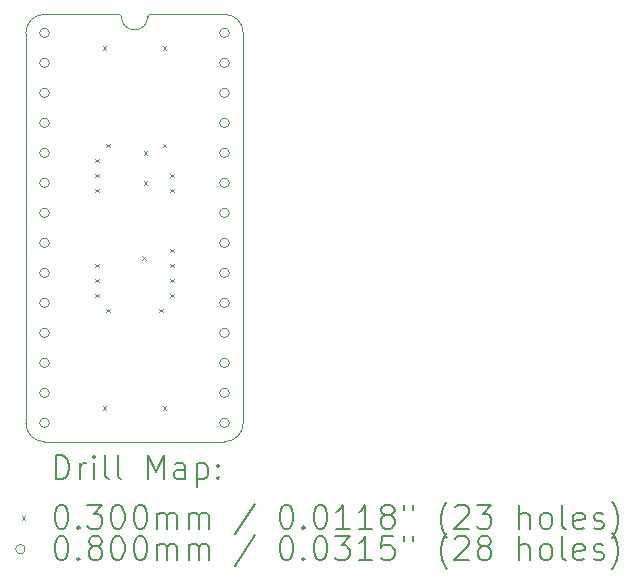
<source format=gbr>
%TF.GenerationSoftware,KiCad,Pcbnew,8.0.8*%
%TF.CreationDate,2025-02-02T11:15:25+01:00*%
%TF.ProjectId,NoTimekeeper,4e6f5469-6d65-46b6-9565-7065722e6b69,rev?*%
%TF.SameCoordinates,Original*%
%TF.FileFunction,Drillmap*%
%TF.FilePolarity,Positive*%
%FSLAX45Y45*%
G04 Gerber Fmt 4.5, Leading zero omitted, Abs format (unit mm)*
G04 Created by KiCad (PCBNEW 8.0.8) date 2025-02-02 11:15:25*
%MOMM*%
%LPD*%
G01*
G04 APERTURE LIST*
%ADD10C,0.100000*%
%ADD11C,0.200000*%
G04 APERTURE END LIST*
D10*
X10859750Y-8652500D02*
X10859750Y-5350500D01*
X11653500Y-5191750D02*
X11018500Y-5191750D01*
X11668875Y-5207620D02*
X11668875Y-5211500D01*
X11891125Y-5211500D02*
X11891125Y-5207620D01*
X11907500Y-5191750D02*
X12542500Y-5191750D01*
X12542500Y-8811250D02*
X11018500Y-8811250D01*
X12701250Y-5350500D02*
X12701250Y-8652500D01*
X10859750Y-5350500D02*
G75*
G02*
X11018500Y-5191750I158750J0D01*
G01*
X11018500Y-8811250D02*
G75*
G02*
X10859750Y-8652500I0J158750D01*
G01*
X11653000Y-5191745D02*
G75*
G02*
X11668875Y-5207620I0J-15875D01*
G01*
X11891125Y-5207620D02*
G75*
G02*
X11907402Y-5191750I15875J0D01*
G01*
X11891625Y-5211500D02*
G75*
G02*
X11669375Y-5211500I-111125J0D01*
G01*
X12542500Y-5191750D02*
G75*
G02*
X12701250Y-5350500I0J-158750D01*
G01*
X12701250Y-8652500D02*
G75*
G02*
X12542500Y-8811250I-158750J0D01*
G01*
D11*
D10*
X11448000Y-6415872D02*
X11478000Y-6445872D01*
X11478000Y-6415872D02*
X11448000Y-6445872D01*
X11448000Y-6542872D02*
X11478000Y-6572872D01*
X11478000Y-6542872D02*
X11448000Y-6572872D01*
X11448000Y-6669872D02*
X11478000Y-6699872D01*
X11478000Y-6669872D02*
X11448000Y-6699872D01*
X11448000Y-7304872D02*
X11478000Y-7334872D01*
X11478000Y-7304872D02*
X11448000Y-7334872D01*
X11448000Y-7431872D02*
X11478000Y-7461872D01*
X11478000Y-7431872D02*
X11448000Y-7461872D01*
X11448000Y-7558872D02*
X11478000Y-7588872D01*
X11478000Y-7558872D02*
X11448000Y-7588872D01*
X11511500Y-5462500D02*
X11541500Y-5492500D01*
X11541500Y-5462500D02*
X11511500Y-5492500D01*
X11511500Y-8510500D02*
X11541500Y-8540500D01*
X11541500Y-8510500D02*
X11511500Y-8540500D01*
X11543250Y-6288872D02*
X11573250Y-6318872D01*
X11573250Y-6288872D02*
X11543250Y-6318872D01*
X11543250Y-7685872D02*
X11573250Y-7715872D01*
X11573250Y-7685872D02*
X11543250Y-7715872D01*
X11844875Y-7242872D02*
X11874875Y-7272872D01*
X11874875Y-7242872D02*
X11844875Y-7272872D01*
X11859250Y-6352372D02*
X11889250Y-6382372D01*
X11889250Y-6352372D02*
X11859250Y-6382372D01*
X11859250Y-6606372D02*
X11889250Y-6636372D01*
X11889250Y-6606372D02*
X11859250Y-6636372D01*
X11987750Y-7685872D02*
X12017750Y-7715872D01*
X12017750Y-7685872D02*
X11987750Y-7715872D01*
X12019500Y-5462500D02*
X12049500Y-5492500D01*
X12049500Y-5462500D02*
X12019500Y-5492500D01*
X12019500Y-6288872D02*
X12049500Y-6318872D01*
X12049500Y-6288872D02*
X12019500Y-6318872D01*
X12019500Y-8510500D02*
X12049500Y-8540500D01*
X12049500Y-8510500D02*
X12019500Y-8540500D01*
X12083000Y-6542872D02*
X12113000Y-6572872D01*
X12113000Y-6542872D02*
X12083000Y-6572872D01*
X12083000Y-6669872D02*
X12113000Y-6699872D01*
X12113000Y-6669872D02*
X12083000Y-6699872D01*
X12083000Y-7177872D02*
X12113000Y-7207872D01*
X12113000Y-7177872D02*
X12083000Y-7207872D01*
X12083000Y-7304872D02*
X12113000Y-7334872D01*
X12113000Y-7304872D02*
X12083000Y-7334872D01*
X12083000Y-7431872D02*
X12113000Y-7461872D01*
X12113000Y-7431872D02*
X12083000Y-7461872D01*
X12083000Y-7558872D02*
X12113000Y-7588872D01*
X12113000Y-7558872D02*
X12083000Y-7588872D01*
X11058500Y-5350500D02*
G75*
G02*
X10978500Y-5350500I-40000J0D01*
G01*
X10978500Y-5350500D02*
G75*
G02*
X11058500Y-5350500I40000J0D01*
G01*
X11058500Y-5604500D02*
G75*
G02*
X10978500Y-5604500I-40000J0D01*
G01*
X10978500Y-5604500D02*
G75*
G02*
X11058500Y-5604500I40000J0D01*
G01*
X11058500Y-5858500D02*
G75*
G02*
X10978500Y-5858500I-40000J0D01*
G01*
X10978500Y-5858500D02*
G75*
G02*
X11058500Y-5858500I40000J0D01*
G01*
X11058500Y-6112500D02*
G75*
G02*
X10978500Y-6112500I-40000J0D01*
G01*
X10978500Y-6112500D02*
G75*
G02*
X11058500Y-6112500I40000J0D01*
G01*
X11058500Y-6366500D02*
G75*
G02*
X10978500Y-6366500I-40000J0D01*
G01*
X10978500Y-6366500D02*
G75*
G02*
X11058500Y-6366500I40000J0D01*
G01*
X11058500Y-6620500D02*
G75*
G02*
X10978500Y-6620500I-40000J0D01*
G01*
X10978500Y-6620500D02*
G75*
G02*
X11058500Y-6620500I40000J0D01*
G01*
X11058500Y-6874500D02*
G75*
G02*
X10978500Y-6874500I-40000J0D01*
G01*
X10978500Y-6874500D02*
G75*
G02*
X11058500Y-6874500I40000J0D01*
G01*
X11058500Y-7128500D02*
G75*
G02*
X10978500Y-7128500I-40000J0D01*
G01*
X10978500Y-7128500D02*
G75*
G02*
X11058500Y-7128500I40000J0D01*
G01*
X11058500Y-7382500D02*
G75*
G02*
X10978500Y-7382500I-40000J0D01*
G01*
X10978500Y-7382500D02*
G75*
G02*
X11058500Y-7382500I40000J0D01*
G01*
X11058500Y-7636500D02*
G75*
G02*
X10978500Y-7636500I-40000J0D01*
G01*
X10978500Y-7636500D02*
G75*
G02*
X11058500Y-7636500I40000J0D01*
G01*
X11058500Y-7890500D02*
G75*
G02*
X10978500Y-7890500I-40000J0D01*
G01*
X10978500Y-7890500D02*
G75*
G02*
X11058500Y-7890500I40000J0D01*
G01*
X11058500Y-8144500D02*
G75*
G02*
X10978500Y-8144500I-40000J0D01*
G01*
X10978500Y-8144500D02*
G75*
G02*
X11058500Y-8144500I40000J0D01*
G01*
X11058500Y-8398500D02*
G75*
G02*
X10978500Y-8398500I-40000J0D01*
G01*
X10978500Y-8398500D02*
G75*
G02*
X11058500Y-8398500I40000J0D01*
G01*
X11058500Y-8652500D02*
G75*
G02*
X10978500Y-8652500I-40000J0D01*
G01*
X10978500Y-8652500D02*
G75*
G02*
X11058500Y-8652500I40000J0D01*
G01*
X12582500Y-5350500D02*
G75*
G02*
X12502500Y-5350500I-40000J0D01*
G01*
X12502500Y-5350500D02*
G75*
G02*
X12582500Y-5350500I40000J0D01*
G01*
X12582500Y-5604500D02*
G75*
G02*
X12502500Y-5604500I-40000J0D01*
G01*
X12502500Y-5604500D02*
G75*
G02*
X12582500Y-5604500I40000J0D01*
G01*
X12582500Y-5858500D02*
G75*
G02*
X12502500Y-5858500I-40000J0D01*
G01*
X12502500Y-5858500D02*
G75*
G02*
X12582500Y-5858500I40000J0D01*
G01*
X12582500Y-6112500D02*
G75*
G02*
X12502500Y-6112500I-40000J0D01*
G01*
X12502500Y-6112500D02*
G75*
G02*
X12582500Y-6112500I40000J0D01*
G01*
X12582500Y-6366500D02*
G75*
G02*
X12502500Y-6366500I-40000J0D01*
G01*
X12502500Y-6366500D02*
G75*
G02*
X12582500Y-6366500I40000J0D01*
G01*
X12582500Y-6620500D02*
G75*
G02*
X12502500Y-6620500I-40000J0D01*
G01*
X12502500Y-6620500D02*
G75*
G02*
X12582500Y-6620500I40000J0D01*
G01*
X12582500Y-6874500D02*
G75*
G02*
X12502500Y-6874500I-40000J0D01*
G01*
X12502500Y-6874500D02*
G75*
G02*
X12582500Y-6874500I40000J0D01*
G01*
X12582500Y-7128500D02*
G75*
G02*
X12502500Y-7128500I-40000J0D01*
G01*
X12502500Y-7128500D02*
G75*
G02*
X12582500Y-7128500I40000J0D01*
G01*
X12582500Y-7382500D02*
G75*
G02*
X12502500Y-7382500I-40000J0D01*
G01*
X12502500Y-7382500D02*
G75*
G02*
X12582500Y-7382500I40000J0D01*
G01*
X12582500Y-7636500D02*
G75*
G02*
X12502500Y-7636500I-40000J0D01*
G01*
X12502500Y-7636500D02*
G75*
G02*
X12582500Y-7636500I40000J0D01*
G01*
X12582500Y-7890500D02*
G75*
G02*
X12502500Y-7890500I-40000J0D01*
G01*
X12502500Y-7890500D02*
G75*
G02*
X12582500Y-7890500I40000J0D01*
G01*
X12582500Y-8144500D02*
G75*
G02*
X12502500Y-8144500I-40000J0D01*
G01*
X12502500Y-8144500D02*
G75*
G02*
X12582500Y-8144500I40000J0D01*
G01*
X12582500Y-8398500D02*
G75*
G02*
X12502500Y-8398500I-40000J0D01*
G01*
X12502500Y-8398500D02*
G75*
G02*
X12582500Y-8398500I40000J0D01*
G01*
X12582500Y-8652500D02*
G75*
G02*
X12502500Y-8652500I-40000J0D01*
G01*
X12502500Y-8652500D02*
G75*
G02*
X12582500Y-8652500I40000J0D01*
G01*
D11*
X11115527Y-9127734D02*
X11115527Y-8927734D01*
X11115527Y-8927734D02*
X11163146Y-8927734D01*
X11163146Y-8927734D02*
X11191717Y-8937258D01*
X11191717Y-8937258D02*
X11210765Y-8956305D01*
X11210765Y-8956305D02*
X11220289Y-8975353D01*
X11220289Y-8975353D02*
X11229812Y-9013448D01*
X11229812Y-9013448D02*
X11229812Y-9042020D01*
X11229812Y-9042020D02*
X11220289Y-9080115D01*
X11220289Y-9080115D02*
X11210765Y-9099162D01*
X11210765Y-9099162D02*
X11191717Y-9118210D01*
X11191717Y-9118210D02*
X11163146Y-9127734D01*
X11163146Y-9127734D02*
X11115527Y-9127734D01*
X11315527Y-9127734D02*
X11315527Y-8994400D01*
X11315527Y-9032496D02*
X11325051Y-9013448D01*
X11325051Y-9013448D02*
X11334574Y-9003924D01*
X11334574Y-9003924D02*
X11353622Y-8994400D01*
X11353622Y-8994400D02*
X11372670Y-8994400D01*
X11439336Y-9127734D02*
X11439336Y-8994400D01*
X11439336Y-8927734D02*
X11429812Y-8937258D01*
X11429812Y-8937258D02*
X11439336Y-8946781D01*
X11439336Y-8946781D02*
X11448860Y-8937258D01*
X11448860Y-8937258D02*
X11439336Y-8927734D01*
X11439336Y-8927734D02*
X11439336Y-8946781D01*
X11563146Y-9127734D02*
X11544098Y-9118210D01*
X11544098Y-9118210D02*
X11534574Y-9099162D01*
X11534574Y-9099162D02*
X11534574Y-8927734D01*
X11667908Y-9127734D02*
X11648860Y-9118210D01*
X11648860Y-9118210D02*
X11639336Y-9099162D01*
X11639336Y-9099162D02*
X11639336Y-8927734D01*
X11896479Y-9127734D02*
X11896479Y-8927734D01*
X11896479Y-8927734D02*
X11963146Y-9070591D01*
X11963146Y-9070591D02*
X12029812Y-8927734D01*
X12029812Y-8927734D02*
X12029812Y-9127734D01*
X12210765Y-9127734D02*
X12210765Y-9022972D01*
X12210765Y-9022972D02*
X12201241Y-9003924D01*
X12201241Y-9003924D02*
X12182193Y-8994400D01*
X12182193Y-8994400D02*
X12144098Y-8994400D01*
X12144098Y-8994400D02*
X12125051Y-9003924D01*
X12210765Y-9118210D02*
X12191717Y-9127734D01*
X12191717Y-9127734D02*
X12144098Y-9127734D01*
X12144098Y-9127734D02*
X12125051Y-9118210D01*
X12125051Y-9118210D02*
X12115527Y-9099162D01*
X12115527Y-9099162D02*
X12115527Y-9080115D01*
X12115527Y-9080115D02*
X12125051Y-9061067D01*
X12125051Y-9061067D02*
X12144098Y-9051543D01*
X12144098Y-9051543D02*
X12191717Y-9051543D01*
X12191717Y-9051543D02*
X12210765Y-9042020D01*
X12306003Y-8994400D02*
X12306003Y-9194400D01*
X12306003Y-9003924D02*
X12325051Y-8994400D01*
X12325051Y-8994400D02*
X12363146Y-8994400D01*
X12363146Y-8994400D02*
X12382193Y-9003924D01*
X12382193Y-9003924D02*
X12391717Y-9013448D01*
X12391717Y-9013448D02*
X12401241Y-9032496D01*
X12401241Y-9032496D02*
X12401241Y-9089639D01*
X12401241Y-9089639D02*
X12391717Y-9108686D01*
X12391717Y-9108686D02*
X12382193Y-9118210D01*
X12382193Y-9118210D02*
X12363146Y-9127734D01*
X12363146Y-9127734D02*
X12325051Y-9127734D01*
X12325051Y-9127734D02*
X12306003Y-9118210D01*
X12486955Y-9108686D02*
X12496479Y-9118210D01*
X12496479Y-9118210D02*
X12486955Y-9127734D01*
X12486955Y-9127734D02*
X12477432Y-9118210D01*
X12477432Y-9118210D02*
X12486955Y-9108686D01*
X12486955Y-9108686D02*
X12486955Y-9127734D01*
X12486955Y-9003924D02*
X12496479Y-9013448D01*
X12496479Y-9013448D02*
X12486955Y-9022972D01*
X12486955Y-9022972D02*
X12477432Y-9013448D01*
X12477432Y-9013448D02*
X12486955Y-9003924D01*
X12486955Y-9003924D02*
X12486955Y-9022972D01*
D10*
X10824750Y-9441250D02*
X10854750Y-9471250D01*
X10854750Y-9441250D02*
X10824750Y-9471250D01*
D11*
X11153622Y-9347734D02*
X11172670Y-9347734D01*
X11172670Y-9347734D02*
X11191717Y-9357258D01*
X11191717Y-9357258D02*
X11201241Y-9366781D01*
X11201241Y-9366781D02*
X11210765Y-9385829D01*
X11210765Y-9385829D02*
X11220289Y-9423924D01*
X11220289Y-9423924D02*
X11220289Y-9471543D01*
X11220289Y-9471543D02*
X11210765Y-9509639D01*
X11210765Y-9509639D02*
X11201241Y-9528686D01*
X11201241Y-9528686D02*
X11191717Y-9538210D01*
X11191717Y-9538210D02*
X11172670Y-9547734D01*
X11172670Y-9547734D02*
X11153622Y-9547734D01*
X11153622Y-9547734D02*
X11134574Y-9538210D01*
X11134574Y-9538210D02*
X11125051Y-9528686D01*
X11125051Y-9528686D02*
X11115527Y-9509639D01*
X11115527Y-9509639D02*
X11106003Y-9471543D01*
X11106003Y-9471543D02*
X11106003Y-9423924D01*
X11106003Y-9423924D02*
X11115527Y-9385829D01*
X11115527Y-9385829D02*
X11125051Y-9366781D01*
X11125051Y-9366781D02*
X11134574Y-9357258D01*
X11134574Y-9357258D02*
X11153622Y-9347734D01*
X11306003Y-9528686D02*
X11315527Y-9538210D01*
X11315527Y-9538210D02*
X11306003Y-9547734D01*
X11306003Y-9547734D02*
X11296479Y-9538210D01*
X11296479Y-9538210D02*
X11306003Y-9528686D01*
X11306003Y-9528686D02*
X11306003Y-9547734D01*
X11382193Y-9347734D02*
X11506003Y-9347734D01*
X11506003Y-9347734D02*
X11439336Y-9423924D01*
X11439336Y-9423924D02*
X11467908Y-9423924D01*
X11467908Y-9423924D02*
X11486955Y-9433448D01*
X11486955Y-9433448D02*
X11496479Y-9442972D01*
X11496479Y-9442972D02*
X11506003Y-9462020D01*
X11506003Y-9462020D02*
X11506003Y-9509639D01*
X11506003Y-9509639D02*
X11496479Y-9528686D01*
X11496479Y-9528686D02*
X11486955Y-9538210D01*
X11486955Y-9538210D02*
X11467908Y-9547734D01*
X11467908Y-9547734D02*
X11410765Y-9547734D01*
X11410765Y-9547734D02*
X11391717Y-9538210D01*
X11391717Y-9538210D02*
X11382193Y-9528686D01*
X11629812Y-9347734D02*
X11648860Y-9347734D01*
X11648860Y-9347734D02*
X11667908Y-9357258D01*
X11667908Y-9357258D02*
X11677432Y-9366781D01*
X11677432Y-9366781D02*
X11686955Y-9385829D01*
X11686955Y-9385829D02*
X11696479Y-9423924D01*
X11696479Y-9423924D02*
X11696479Y-9471543D01*
X11696479Y-9471543D02*
X11686955Y-9509639D01*
X11686955Y-9509639D02*
X11677432Y-9528686D01*
X11677432Y-9528686D02*
X11667908Y-9538210D01*
X11667908Y-9538210D02*
X11648860Y-9547734D01*
X11648860Y-9547734D02*
X11629812Y-9547734D01*
X11629812Y-9547734D02*
X11610765Y-9538210D01*
X11610765Y-9538210D02*
X11601241Y-9528686D01*
X11601241Y-9528686D02*
X11591717Y-9509639D01*
X11591717Y-9509639D02*
X11582193Y-9471543D01*
X11582193Y-9471543D02*
X11582193Y-9423924D01*
X11582193Y-9423924D02*
X11591717Y-9385829D01*
X11591717Y-9385829D02*
X11601241Y-9366781D01*
X11601241Y-9366781D02*
X11610765Y-9357258D01*
X11610765Y-9357258D02*
X11629812Y-9347734D01*
X11820289Y-9347734D02*
X11839336Y-9347734D01*
X11839336Y-9347734D02*
X11858384Y-9357258D01*
X11858384Y-9357258D02*
X11867908Y-9366781D01*
X11867908Y-9366781D02*
X11877432Y-9385829D01*
X11877432Y-9385829D02*
X11886955Y-9423924D01*
X11886955Y-9423924D02*
X11886955Y-9471543D01*
X11886955Y-9471543D02*
X11877432Y-9509639D01*
X11877432Y-9509639D02*
X11867908Y-9528686D01*
X11867908Y-9528686D02*
X11858384Y-9538210D01*
X11858384Y-9538210D02*
X11839336Y-9547734D01*
X11839336Y-9547734D02*
X11820289Y-9547734D01*
X11820289Y-9547734D02*
X11801241Y-9538210D01*
X11801241Y-9538210D02*
X11791717Y-9528686D01*
X11791717Y-9528686D02*
X11782193Y-9509639D01*
X11782193Y-9509639D02*
X11772670Y-9471543D01*
X11772670Y-9471543D02*
X11772670Y-9423924D01*
X11772670Y-9423924D02*
X11782193Y-9385829D01*
X11782193Y-9385829D02*
X11791717Y-9366781D01*
X11791717Y-9366781D02*
X11801241Y-9357258D01*
X11801241Y-9357258D02*
X11820289Y-9347734D01*
X11972670Y-9547734D02*
X11972670Y-9414400D01*
X11972670Y-9433448D02*
X11982193Y-9423924D01*
X11982193Y-9423924D02*
X12001241Y-9414400D01*
X12001241Y-9414400D02*
X12029813Y-9414400D01*
X12029813Y-9414400D02*
X12048860Y-9423924D01*
X12048860Y-9423924D02*
X12058384Y-9442972D01*
X12058384Y-9442972D02*
X12058384Y-9547734D01*
X12058384Y-9442972D02*
X12067908Y-9423924D01*
X12067908Y-9423924D02*
X12086955Y-9414400D01*
X12086955Y-9414400D02*
X12115527Y-9414400D01*
X12115527Y-9414400D02*
X12134574Y-9423924D01*
X12134574Y-9423924D02*
X12144098Y-9442972D01*
X12144098Y-9442972D02*
X12144098Y-9547734D01*
X12239336Y-9547734D02*
X12239336Y-9414400D01*
X12239336Y-9433448D02*
X12248860Y-9423924D01*
X12248860Y-9423924D02*
X12267908Y-9414400D01*
X12267908Y-9414400D02*
X12296479Y-9414400D01*
X12296479Y-9414400D02*
X12315527Y-9423924D01*
X12315527Y-9423924D02*
X12325051Y-9442972D01*
X12325051Y-9442972D02*
X12325051Y-9547734D01*
X12325051Y-9442972D02*
X12334574Y-9423924D01*
X12334574Y-9423924D02*
X12353622Y-9414400D01*
X12353622Y-9414400D02*
X12382193Y-9414400D01*
X12382193Y-9414400D02*
X12401241Y-9423924D01*
X12401241Y-9423924D02*
X12410765Y-9442972D01*
X12410765Y-9442972D02*
X12410765Y-9547734D01*
X12801241Y-9338210D02*
X12629813Y-9595353D01*
X13058384Y-9347734D02*
X13077432Y-9347734D01*
X13077432Y-9347734D02*
X13096479Y-9357258D01*
X13096479Y-9357258D02*
X13106003Y-9366781D01*
X13106003Y-9366781D02*
X13115527Y-9385829D01*
X13115527Y-9385829D02*
X13125051Y-9423924D01*
X13125051Y-9423924D02*
X13125051Y-9471543D01*
X13125051Y-9471543D02*
X13115527Y-9509639D01*
X13115527Y-9509639D02*
X13106003Y-9528686D01*
X13106003Y-9528686D02*
X13096479Y-9538210D01*
X13096479Y-9538210D02*
X13077432Y-9547734D01*
X13077432Y-9547734D02*
X13058384Y-9547734D01*
X13058384Y-9547734D02*
X13039336Y-9538210D01*
X13039336Y-9538210D02*
X13029813Y-9528686D01*
X13029813Y-9528686D02*
X13020289Y-9509639D01*
X13020289Y-9509639D02*
X13010765Y-9471543D01*
X13010765Y-9471543D02*
X13010765Y-9423924D01*
X13010765Y-9423924D02*
X13020289Y-9385829D01*
X13020289Y-9385829D02*
X13029813Y-9366781D01*
X13029813Y-9366781D02*
X13039336Y-9357258D01*
X13039336Y-9357258D02*
X13058384Y-9347734D01*
X13210765Y-9528686D02*
X13220289Y-9538210D01*
X13220289Y-9538210D02*
X13210765Y-9547734D01*
X13210765Y-9547734D02*
X13201241Y-9538210D01*
X13201241Y-9538210D02*
X13210765Y-9528686D01*
X13210765Y-9528686D02*
X13210765Y-9547734D01*
X13344098Y-9347734D02*
X13363146Y-9347734D01*
X13363146Y-9347734D02*
X13382194Y-9357258D01*
X13382194Y-9357258D02*
X13391717Y-9366781D01*
X13391717Y-9366781D02*
X13401241Y-9385829D01*
X13401241Y-9385829D02*
X13410765Y-9423924D01*
X13410765Y-9423924D02*
X13410765Y-9471543D01*
X13410765Y-9471543D02*
X13401241Y-9509639D01*
X13401241Y-9509639D02*
X13391717Y-9528686D01*
X13391717Y-9528686D02*
X13382194Y-9538210D01*
X13382194Y-9538210D02*
X13363146Y-9547734D01*
X13363146Y-9547734D02*
X13344098Y-9547734D01*
X13344098Y-9547734D02*
X13325051Y-9538210D01*
X13325051Y-9538210D02*
X13315527Y-9528686D01*
X13315527Y-9528686D02*
X13306003Y-9509639D01*
X13306003Y-9509639D02*
X13296479Y-9471543D01*
X13296479Y-9471543D02*
X13296479Y-9423924D01*
X13296479Y-9423924D02*
X13306003Y-9385829D01*
X13306003Y-9385829D02*
X13315527Y-9366781D01*
X13315527Y-9366781D02*
X13325051Y-9357258D01*
X13325051Y-9357258D02*
X13344098Y-9347734D01*
X13601241Y-9547734D02*
X13486956Y-9547734D01*
X13544098Y-9547734D02*
X13544098Y-9347734D01*
X13544098Y-9347734D02*
X13525051Y-9376305D01*
X13525051Y-9376305D02*
X13506003Y-9395353D01*
X13506003Y-9395353D02*
X13486956Y-9404877D01*
X13791717Y-9547734D02*
X13677432Y-9547734D01*
X13734575Y-9547734D02*
X13734575Y-9347734D01*
X13734575Y-9347734D02*
X13715527Y-9376305D01*
X13715527Y-9376305D02*
X13696479Y-9395353D01*
X13696479Y-9395353D02*
X13677432Y-9404877D01*
X13906003Y-9433448D02*
X13886956Y-9423924D01*
X13886956Y-9423924D02*
X13877432Y-9414400D01*
X13877432Y-9414400D02*
X13867908Y-9395353D01*
X13867908Y-9395353D02*
X13867908Y-9385829D01*
X13867908Y-9385829D02*
X13877432Y-9366781D01*
X13877432Y-9366781D02*
X13886956Y-9357258D01*
X13886956Y-9357258D02*
X13906003Y-9347734D01*
X13906003Y-9347734D02*
X13944098Y-9347734D01*
X13944098Y-9347734D02*
X13963146Y-9357258D01*
X13963146Y-9357258D02*
X13972670Y-9366781D01*
X13972670Y-9366781D02*
X13982194Y-9385829D01*
X13982194Y-9385829D02*
X13982194Y-9395353D01*
X13982194Y-9395353D02*
X13972670Y-9414400D01*
X13972670Y-9414400D02*
X13963146Y-9423924D01*
X13963146Y-9423924D02*
X13944098Y-9433448D01*
X13944098Y-9433448D02*
X13906003Y-9433448D01*
X13906003Y-9433448D02*
X13886956Y-9442972D01*
X13886956Y-9442972D02*
X13877432Y-9452496D01*
X13877432Y-9452496D02*
X13867908Y-9471543D01*
X13867908Y-9471543D02*
X13867908Y-9509639D01*
X13867908Y-9509639D02*
X13877432Y-9528686D01*
X13877432Y-9528686D02*
X13886956Y-9538210D01*
X13886956Y-9538210D02*
X13906003Y-9547734D01*
X13906003Y-9547734D02*
X13944098Y-9547734D01*
X13944098Y-9547734D02*
X13963146Y-9538210D01*
X13963146Y-9538210D02*
X13972670Y-9528686D01*
X13972670Y-9528686D02*
X13982194Y-9509639D01*
X13982194Y-9509639D02*
X13982194Y-9471543D01*
X13982194Y-9471543D02*
X13972670Y-9452496D01*
X13972670Y-9452496D02*
X13963146Y-9442972D01*
X13963146Y-9442972D02*
X13944098Y-9433448D01*
X14058384Y-9347734D02*
X14058384Y-9385829D01*
X14134575Y-9347734D02*
X14134575Y-9385829D01*
X14429813Y-9623924D02*
X14420289Y-9614400D01*
X14420289Y-9614400D02*
X14401241Y-9585829D01*
X14401241Y-9585829D02*
X14391718Y-9566781D01*
X14391718Y-9566781D02*
X14382194Y-9538210D01*
X14382194Y-9538210D02*
X14372670Y-9490591D01*
X14372670Y-9490591D02*
X14372670Y-9452496D01*
X14372670Y-9452496D02*
X14382194Y-9404877D01*
X14382194Y-9404877D02*
X14391718Y-9376305D01*
X14391718Y-9376305D02*
X14401241Y-9357258D01*
X14401241Y-9357258D02*
X14420289Y-9328686D01*
X14420289Y-9328686D02*
X14429813Y-9319162D01*
X14496479Y-9366781D02*
X14506003Y-9357258D01*
X14506003Y-9357258D02*
X14525051Y-9347734D01*
X14525051Y-9347734D02*
X14572670Y-9347734D01*
X14572670Y-9347734D02*
X14591718Y-9357258D01*
X14591718Y-9357258D02*
X14601241Y-9366781D01*
X14601241Y-9366781D02*
X14610765Y-9385829D01*
X14610765Y-9385829D02*
X14610765Y-9404877D01*
X14610765Y-9404877D02*
X14601241Y-9433448D01*
X14601241Y-9433448D02*
X14486956Y-9547734D01*
X14486956Y-9547734D02*
X14610765Y-9547734D01*
X14677432Y-9347734D02*
X14801241Y-9347734D01*
X14801241Y-9347734D02*
X14734575Y-9423924D01*
X14734575Y-9423924D02*
X14763146Y-9423924D01*
X14763146Y-9423924D02*
X14782194Y-9433448D01*
X14782194Y-9433448D02*
X14791718Y-9442972D01*
X14791718Y-9442972D02*
X14801241Y-9462020D01*
X14801241Y-9462020D02*
X14801241Y-9509639D01*
X14801241Y-9509639D02*
X14791718Y-9528686D01*
X14791718Y-9528686D02*
X14782194Y-9538210D01*
X14782194Y-9538210D02*
X14763146Y-9547734D01*
X14763146Y-9547734D02*
X14706003Y-9547734D01*
X14706003Y-9547734D02*
X14686956Y-9538210D01*
X14686956Y-9538210D02*
X14677432Y-9528686D01*
X15039337Y-9547734D02*
X15039337Y-9347734D01*
X15125051Y-9547734D02*
X15125051Y-9442972D01*
X15125051Y-9442972D02*
X15115527Y-9423924D01*
X15115527Y-9423924D02*
X15096480Y-9414400D01*
X15096480Y-9414400D02*
X15067908Y-9414400D01*
X15067908Y-9414400D02*
X15048860Y-9423924D01*
X15048860Y-9423924D02*
X15039337Y-9433448D01*
X15248860Y-9547734D02*
X15229813Y-9538210D01*
X15229813Y-9538210D02*
X15220289Y-9528686D01*
X15220289Y-9528686D02*
X15210765Y-9509639D01*
X15210765Y-9509639D02*
X15210765Y-9452496D01*
X15210765Y-9452496D02*
X15220289Y-9433448D01*
X15220289Y-9433448D02*
X15229813Y-9423924D01*
X15229813Y-9423924D02*
X15248860Y-9414400D01*
X15248860Y-9414400D02*
X15277432Y-9414400D01*
X15277432Y-9414400D02*
X15296480Y-9423924D01*
X15296480Y-9423924D02*
X15306003Y-9433448D01*
X15306003Y-9433448D02*
X15315527Y-9452496D01*
X15315527Y-9452496D02*
X15315527Y-9509639D01*
X15315527Y-9509639D02*
X15306003Y-9528686D01*
X15306003Y-9528686D02*
X15296480Y-9538210D01*
X15296480Y-9538210D02*
X15277432Y-9547734D01*
X15277432Y-9547734D02*
X15248860Y-9547734D01*
X15429813Y-9547734D02*
X15410765Y-9538210D01*
X15410765Y-9538210D02*
X15401241Y-9519162D01*
X15401241Y-9519162D02*
X15401241Y-9347734D01*
X15582194Y-9538210D02*
X15563146Y-9547734D01*
X15563146Y-9547734D02*
X15525051Y-9547734D01*
X15525051Y-9547734D02*
X15506003Y-9538210D01*
X15506003Y-9538210D02*
X15496480Y-9519162D01*
X15496480Y-9519162D02*
X15496480Y-9442972D01*
X15496480Y-9442972D02*
X15506003Y-9423924D01*
X15506003Y-9423924D02*
X15525051Y-9414400D01*
X15525051Y-9414400D02*
X15563146Y-9414400D01*
X15563146Y-9414400D02*
X15582194Y-9423924D01*
X15582194Y-9423924D02*
X15591718Y-9442972D01*
X15591718Y-9442972D02*
X15591718Y-9462020D01*
X15591718Y-9462020D02*
X15496480Y-9481067D01*
X15667908Y-9538210D02*
X15686956Y-9547734D01*
X15686956Y-9547734D02*
X15725051Y-9547734D01*
X15725051Y-9547734D02*
X15744099Y-9538210D01*
X15744099Y-9538210D02*
X15753622Y-9519162D01*
X15753622Y-9519162D02*
X15753622Y-9509639D01*
X15753622Y-9509639D02*
X15744099Y-9490591D01*
X15744099Y-9490591D02*
X15725051Y-9481067D01*
X15725051Y-9481067D02*
X15696480Y-9481067D01*
X15696480Y-9481067D02*
X15677432Y-9471543D01*
X15677432Y-9471543D02*
X15667908Y-9452496D01*
X15667908Y-9452496D02*
X15667908Y-9442972D01*
X15667908Y-9442972D02*
X15677432Y-9423924D01*
X15677432Y-9423924D02*
X15696480Y-9414400D01*
X15696480Y-9414400D02*
X15725051Y-9414400D01*
X15725051Y-9414400D02*
X15744099Y-9423924D01*
X15820289Y-9623924D02*
X15829813Y-9614400D01*
X15829813Y-9614400D02*
X15848861Y-9585829D01*
X15848861Y-9585829D02*
X15858384Y-9566781D01*
X15858384Y-9566781D02*
X15867908Y-9538210D01*
X15867908Y-9538210D02*
X15877432Y-9490591D01*
X15877432Y-9490591D02*
X15877432Y-9452496D01*
X15877432Y-9452496D02*
X15867908Y-9404877D01*
X15867908Y-9404877D02*
X15858384Y-9376305D01*
X15858384Y-9376305D02*
X15848861Y-9357258D01*
X15848861Y-9357258D02*
X15829813Y-9328686D01*
X15829813Y-9328686D02*
X15820289Y-9319162D01*
D10*
X10854750Y-9720250D02*
G75*
G02*
X10774750Y-9720250I-40000J0D01*
G01*
X10774750Y-9720250D02*
G75*
G02*
X10854750Y-9720250I40000J0D01*
G01*
D11*
X11153622Y-9611734D02*
X11172670Y-9611734D01*
X11172670Y-9611734D02*
X11191717Y-9621258D01*
X11191717Y-9621258D02*
X11201241Y-9630781D01*
X11201241Y-9630781D02*
X11210765Y-9649829D01*
X11210765Y-9649829D02*
X11220289Y-9687924D01*
X11220289Y-9687924D02*
X11220289Y-9735543D01*
X11220289Y-9735543D02*
X11210765Y-9773639D01*
X11210765Y-9773639D02*
X11201241Y-9792686D01*
X11201241Y-9792686D02*
X11191717Y-9802210D01*
X11191717Y-9802210D02*
X11172670Y-9811734D01*
X11172670Y-9811734D02*
X11153622Y-9811734D01*
X11153622Y-9811734D02*
X11134574Y-9802210D01*
X11134574Y-9802210D02*
X11125051Y-9792686D01*
X11125051Y-9792686D02*
X11115527Y-9773639D01*
X11115527Y-9773639D02*
X11106003Y-9735543D01*
X11106003Y-9735543D02*
X11106003Y-9687924D01*
X11106003Y-9687924D02*
X11115527Y-9649829D01*
X11115527Y-9649829D02*
X11125051Y-9630781D01*
X11125051Y-9630781D02*
X11134574Y-9621258D01*
X11134574Y-9621258D02*
X11153622Y-9611734D01*
X11306003Y-9792686D02*
X11315527Y-9802210D01*
X11315527Y-9802210D02*
X11306003Y-9811734D01*
X11306003Y-9811734D02*
X11296479Y-9802210D01*
X11296479Y-9802210D02*
X11306003Y-9792686D01*
X11306003Y-9792686D02*
X11306003Y-9811734D01*
X11429812Y-9697448D02*
X11410765Y-9687924D01*
X11410765Y-9687924D02*
X11401241Y-9678400D01*
X11401241Y-9678400D02*
X11391717Y-9659353D01*
X11391717Y-9659353D02*
X11391717Y-9649829D01*
X11391717Y-9649829D02*
X11401241Y-9630781D01*
X11401241Y-9630781D02*
X11410765Y-9621258D01*
X11410765Y-9621258D02*
X11429812Y-9611734D01*
X11429812Y-9611734D02*
X11467908Y-9611734D01*
X11467908Y-9611734D02*
X11486955Y-9621258D01*
X11486955Y-9621258D02*
X11496479Y-9630781D01*
X11496479Y-9630781D02*
X11506003Y-9649829D01*
X11506003Y-9649829D02*
X11506003Y-9659353D01*
X11506003Y-9659353D02*
X11496479Y-9678400D01*
X11496479Y-9678400D02*
X11486955Y-9687924D01*
X11486955Y-9687924D02*
X11467908Y-9697448D01*
X11467908Y-9697448D02*
X11429812Y-9697448D01*
X11429812Y-9697448D02*
X11410765Y-9706972D01*
X11410765Y-9706972D02*
X11401241Y-9716496D01*
X11401241Y-9716496D02*
X11391717Y-9735543D01*
X11391717Y-9735543D02*
X11391717Y-9773639D01*
X11391717Y-9773639D02*
X11401241Y-9792686D01*
X11401241Y-9792686D02*
X11410765Y-9802210D01*
X11410765Y-9802210D02*
X11429812Y-9811734D01*
X11429812Y-9811734D02*
X11467908Y-9811734D01*
X11467908Y-9811734D02*
X11486955Y-9802210D01*
X11486955Y-9802210D02*
X11496479Y-9792686D01*
X11496479Y-9792686D02*
X11506003Y-9773639D01*
X11506003Y-9773639D02*
X11506003Y-9735543D01*
X11506003Y-9735543D02*
X11496479Y-9716496D01*
X11496479Y-9716496D02*
X11486955Y-9706972D01*
X11486955Y-9706972D02*
X11467908Y-9697448D01*
X11629812Y-9611734D02*
X11648860Y-9611734D01*
X11648860Y-9611734D02*
X11667908Y-9621258D01*
X11667908Y-9621258D02*
X11677432Y-9630781D01*
X11677432Y-9630781D02*
X11686955Y-9649829D01*
X11686955Y-9649829D02*
X11696479Y-9687924D01*
X11696479Y-9687924D02*
X11696479Y-9735543D01*
X11696479Y-9735543D02*
X11686955Y-9773639D01*
X11686955Y-9773639D02*
X11677432Y-9792686D01*
X11677432Y-9792686D02*
X11667908Y-9802210D01*
X11667908Y-9802210D02*
X11648860Y-9811734D01*
X11648860Y-9811734D02*
X11629812Y-9811734D01*
X11629812Y-9811734D02*
X11610765Y-9802210D01*
X11610765Y-9802210D02*
X11601241Y-9792686D01*
X11601241Y-9792686D02*
X11591717Y-9773639D01*
X11591717Y-9773639D02*
X11582193Y-9735543D01*
X11582193Y-9735543D02*
X11582193Y-9687924D01*
X11582193Y-9687924D02*
X11591717Y-9649829D01*
X11591717Y-9649829D02*
X11601241Y-9630781D01*
X11601241Y-9630781D02*
X11610765Y-9621258D01*
X11610765Y-9621258D02*
X11629812Y-9611734D01*
X11820289Y-9611734D02*
X11839336Y-9611734D01*
X11839336Y-9611734D02*
X11858384Y-9621258D01*
X11858384Y-9621258D02*
X11867908Y-9630781D01*
X11867908Y-9630781D02*
X11877432Y-9649829D01*
X11877432Y-9649829D02*
X11886955Y-9687924D01*
X11886955Y-9687924D02*
X11886955Y-9735543D01*
X11886955Y-9735543D02*
X11877432Y-9773639D01*
X11877432Y-9773639D02*
X11867908Y-9792686D01*
X11867908Y-9792686D02*
X11858384Y-9802210D01*
X11858384Y-9802210D02*
X11839336Y-9811734D01*
X11839336Y-9811734D02*
X11820289Y-9811734D01*
X11820289Y-9811734D02*
X11801241Y-9802210D01*
X11801241Y-9802210D02*
X11791717Y-9792686D01*
X11791717Y-9792686D02*
X11782193Y-9773639D01*
X11782193Y-9773639D02*
X11772670Y-9735543D01*
X11772670Y-9735543D02*
X11772670Y-9687924D01*
X11772670Y-9687924D02*
X11782193Y-9649829D01*
X11782193Y-9649829D02*
X11791717Y-9630781D01*
X11791717Y-9630781D02*
X11801241Y-9621258D01*
X11801241Y-9621258D02*
X11820289Y-9611734D01*
X11972670Y-9811734D02*
X11972670Y-9678400D01*
X11972670Y-9697448D02*
X11982193Y-9687924D01*
X11982193Y-9687924D02*
X12001241Y-9678400D01*
X12001241Y-9678400D02*
X12029813Y-9678400D01*
X12029813Y-9678400D02*
X12048860Y-9687924D01*
X12048860Y-9687924D02*
X12058384Y-9706972D01*
X12058384Y-9706972D02*
X12058384Y-9811734D01*
X12058384Y-9706972D02*
X12067908Y-9687924D01*
X12067908Y-9687924D02*
X12086955Y-9678400D01*
X12086955Y-9678400D02*
X12115527Y-9678400D01*
X12115527Y-9678400D02*
X12134574Y-9687924D01*
X12134574Y-9687924D02*
X12144098Y-9706972D01*
X12144098Y-9706972D02*
X12144098Y-9811734D01*
X12239336Y-9811734D02*
X12239336Y-9678400D01*
X12239336Y-9697448D02*
X12248860Y-9687924D01*
X12248860Y-9687924D02*
X12267908Y-9678400D01*
X12267908Y-9678400D02*
X12296479Y-9678400D01*
X12296479Y-9678400D02*
X12315527Y-9687924D01*
X12315527Y-9687924D02*
X12325051Y-9706972D01*
X12325051Y-9706972D02*
X12325051Y-9811734D01*
X12325051Y-9706972D02*
X12334574Y-9687924D01*
X12334574Y-9687924D02*
X12353622Y-9678400D01*
X12353622Y-9678400D02*
X12382193Y-9678400D01*
X12382193Y-9678400D02*
X12401241Y-9687924D01*
X12401241Y-9687924D02*
X12410765Y-9706972D01*
X12410765Y-9706972D02*
X12410765Y-9811734D01*
X12801241Y-9602210D02*
X12629813Y-9859353D01*
X13058384Y-9611734D02*
X13077432Y-9611734D01*
X13077432Y-9611734D02*
X13096479Y-9621258D01*
X13096479Y-9621258D02*
X13106003Y-9630781D01*
X13106003Y-9630781D02*
X13115527Y-9649829D01*
X13115527Y-9649829D02*
X13125051Y-9687924D01*
X13125051Y-9687924D02*
X13125051Y-9735543D01*
X13125051Y-9735543D02*
X13115527Y-9773639D01*
X13115527Y-9773639D02*
X13106003Y-9792686D01*
X13106003Y-9792686D02*
X13096479Y-9802210D01*
X13096479Y-9802210D02*
X13077432Y-9811734D01*
X13077432Y-9811734D02*
X13058384Y-9811734D01*
X13058384Y-9811734D02*
X13039336Y-9802210D01*
X13039336Y-9802210D02*
X13029813Y-9792686D01*
X13029813Y-9792686D02*
X13020289Y-9773639D01*
X13020289Y-9773639D02*
X13010765Y-9735543D01*
X13010765Y-9735543D02*
X13010765Y-9687924D01*
X13010765Y-9687924D02*
X13020289Y-9649829D01*
X13020289Y-9649829D02*
X13029813Y-9630781D01*
X13029813Y-9630781D02*
X13039336Y-9621258D01*
X13039336Y-9621258D02*
X13058384Y-9611734D01*
X13210765Y-9792686D02*
X13220289Y-9802210D01*
X13220289Y-9802210D02*
X13210765Y-9811734D01*
X13210765Y-9811734D02*
X13201241Y-9802210D01*
X13201241Y-9802210D02*
X13210765Y-9792686D01*
X13210765Y-9792686D02*
X13210765Y-9811734D01*
X13344098Y-9611734D02*
X13363146Y-9611734D01*
X13363146Y-9611734D02*
X13382194Y-9621258D01*
X13382194Y-9621258D02*
X13391717Y-9630781D01*
X13391717Y-9630781D02*
X13401241Y-9649829D01*
X13401241Y-9649829D02*
X13410765Y-9687924D01*
X13410765Y-9687924D02*
X13410765Y-9735543D01*
X13410765Y-9735543D02*
X13401241Y-9773639D01*
X13401241Y-9773639D02*
X13391717Y-9792686D01*
X13391717Y-9792686D02*
X13382194Y-9802210D01*
X13382194Y-9802210D02*
X13363146Y-9811734D01*
X13363146Y-9811734D02*
X13344098Y-9811734D01*
X13344098Y-9811734D02*
X13325051Y-9802210D01*
X13325051Y-9802210D02*
X13315527Y-9792686D01*
X13315527Y-9792686D02*
X13306003Y-9773639D01*
X13306003Y-9773639D02*
X13296479Y-9735543D01*
X13296479Y-9735543D02*
X13296479Y-9687924D01*
X13296479Y-9687924D02*
X13306003Y-9649829D01*
X13306003Y-9649829D02*
X13315527Y-9630781D01*
X13315527Y-9630781D02*
X13325051Y-9621258D01*
X13325051Y-9621258D02*
X13344098Y-9611734D01*
X13477432Y-9611734D02*
X13601241Y-9611734D01*
X13601241Y-9611734D02*
X13534575Y-9687924D01*
X13534575Y-9687924D02*
X13563146Y-9687924D01*
X13563146Y-9687924D02*
X13582194Y-9697448D01*
X13582194Y-9697448D02*
X13591717Y-9706972D01*
X13591717Y-9706972D02*
X13601241Y-9726020D01*
X13601241Y-9726020D02*
X13601241Y-9773639D01*
X13601241Y-9773639D02*
X13591717Y-9792686D01*
X13591717Y-9792686D02*
X13582194Y-9802210D01*
X13582194Y-9802210D02*
X13563146Y-9811734D01*
X13563146Y-9811734D02*
X13506003Y-9811734D01*
X13506003Y-9811734D02*
X13486956Y-9802210D01*
X13486956Y-9802210D02*
X13477432Y-9792686D01*
X13791717Y-9811734D02*
X13677432Y-9811734D01*
X13734575Y-9811734D02*
X13734575Y-9611734D01*
X13734575Y-9611734D02*
X13715527Y-9640305D01*
X13715527Y-9640305D02*
X13696479Y-9659353D01*
X13696479Y-9659353D02*
X13677432Y-9668877D01*
X13972670Y-9611734D02*
X13877432Y-9611734D01*
X13877432Y-9611734D02*
X13867908Y-9706972D01*
X13867908Y-9706972D02*
X13877432Y-9697448D01*
X13877432Y-9697448D02*
X13896479Y-9687924D01*
X13896479Y-9687924D02*
X13944098Y-9687924D01*
X13944098Y-9687924D02*
X13963146Y-9697448D01*
X13963146Y-9697448D02*
X13972670Y-9706972D01*
X13972670Y-9706972D02*
X13982194Y-9726020D01*
X13982194Y-9726020D02*
X13982194Y-9773639D01*
X13982194Y-9773639D02*
X13972670Y-9792686D01*
X13972670Y-9792686D02*
X13963146Y-9802210D01*
X13963146Y-9802210D02*
X13944098Y-9811734D01*
X13944098Y-9811734D02*
X13896479Y-9811734D01*
X13896479Y-9811734D02*
X13877432Y-9802210D01*
X13877432Y-9802210D02*
X13867908Y-9792686D01*
X14058384Y-9611734D02*
X14058384Y-9649829D01*
X14134575Y-9611734D02*
X14134575Y-9649829D01*
X14429813Y-9887924D02*
X14420289Y-9878400D01*
X14420289Y-9878400D02*
X14401241Y-9849829D01*
X14401241Y-9849829D02*
X14391718Y-9830781D01*
X14391718Y-9830781D02*
X14382194Y-9802210D01*
X14382194Y-9802210D02*
X14372670Y-9754591D01*
X14372670Y-9754591D02*
X14372670Y-9716496D01*
X14372670Y-9716496D02*
X14382194Y-9668877D01*
X14382194Y-9668877D02*
X14391718Y-9640305D01*
X14391718Y-9640305D02*
X14401241Y-9621258D01*
X14401241Y-9621258D02*
X14420289Y-9592686D01*
X14420289Y-9592686D02*
X14429813Y-9583162D01*
X14496479Y-9630781D02*
X14506003Y-9621258D01*
X14506003Y-9621258D02*
X14525051Y-9611734D01*
X14525051Y-9611734D02*
X14572670Y-9611734D01*
X14572670Y-9611734D02*
X14591718Y-9621258D01*
X14591718Y-9621258D02*
X14601241Y-9630781D01*
X14601241Y-9630781D02*
X14610765Y-9649829D01*
X14610765Y-9649829D02*
X14610765Y-9668877D01*
X14610765Y-9668877D02*
X14601241Y-9697448D01*
X14601241Y-9697448D02*
X14486956Y-9811734D01*
X14486956Y-9811734D02*
X14610765Y-9811734D01*
X14725051Y-9697448D02*
X14706003Y-9687924D01*
X14706003Y-9687924D02*
X14696479Y-9678400D01*
X14696479Y-9678400D02*
X14686956Y-9659353D01*
X14686956Y-9659353D02*
X14686956Y-9649829D01*
X14686956Y-9649829D02*
X14696479Y-9630781D01*
X14696479Y-9630781D02*
X14706003Y-9621258D01*
X14706003Y-9621258D02*
X14725051Y-9611734D01*
X14725051Y-9611734D02*
X14763146Y-9611734D01*
X14763146Y-9611734D02*
X14782194Y-9621258D01*
X14782194Y-9621258D02*
X14791718Y-9630781D01*
X14791718Y-9630781D02*
X14801241Y-9649829D01*
X14801241Y-9649829D02*
X14801241Y-9659353D01*
X14801241Y-9659353D02*
X14791718Y-9678400D01*
X14791718Y-9678400D02*
X14782194Y-9687924D01*
X14782194Y-9687924D02*
X14763146Y-9697448D01*
X14763146Y-9697448D02*
X14725051Y-9697448D01*
X14725051Y-9697448D02*
X14706003Y-9706972D01*
X14706003Y-9706972D02*
X14696479Y-9716496D01*
X14696479Y-9716496D02*
X14686956Y-9735543D01*
X14686956Y-9735543D02*
X14686956Y-9773639D01*
X14686956Y-9773639D02*
X14696479Y-9792686D01*
X14696479Y-9792686D02*
X14706003Y-9802210D01*
X14706003Y-9802210D02*
X14725051Y-9811734D01*
X14725051Y-9811734D02*
X14763146Y-9811734D01*
X14763146Y-9811734D02*
X14782194Y-9802210D01*
X14782194Y-9802210D02*
X14791718Y-9792686D01*
X14791718Y-9792686D02*
X14801241Y-9773639D01*
X14801241Y-9773639D02*
X14801241Y-9735543D01*
X14801241Y-9735543D02*
X14791718Y-9716496D01*
X14791718Y-9716496D02*
X14782194Y-9706972D01*
X14782194Y-9706972D02*
X14763146Y-9697448D01*
X15039337Y-9811734D02*
X15039337Y-9611734D01*
X15125051Y-9811734D02*
X15125051Y-9706972D01*
X15125051Y-9706972D02*
X15115527Y-9687924D01*
X15115527Y-9687924D02*
X15096480Y-9678400D01*
X15096480Y-9678400D02*
X15067908Y-9678400D01*
X15067908Y-9678400D02*
X15048860Y-9687924D01*
X15048860Y-9687924D02*
X15039337Y-9697448D01*
X15248860Y-9811734D02*
X15229813Y-9802210D01*
X15229813Y-9802210D02*
X15220289Y-9792686D01*
X15220289Y-9792686D02*
X15210765Y-9773639D01*
X15210765Y-9773639D02*
X15210765Y-9716496D01*
X15210765Y-9716496D02*
X15220289Y-9697448D01*
X15220289Y-9697448D02*
X15229813Y-9687924D01*
X15229813Y-9687924D02*
X15248860Y-9678400D01*
X15248860Y-9678400D02*
X15277432Y-9678400D01*
X15277432Y-9678400D02*
X15296480Y-9687924D01*
X15296480Y-9687924D02*
X15306003Y-9697448D01*
X15306003Y-9697448D02*
X15315527Y-9716496D01*
X15315527Y-9716496D02*
X15315527Y-9773639D01*
X15315527Y-9773639D02*
X15306003Y-9792686D01*
X15306003Y-9792686D02*
X15296480Y-9802210D01*
X15296480Y-9802210D02*
X15277432Y-9811734D01*
X15277432Y-9811734D02*
X15248860Y-9811734D01*
X15429813Y-9811734D02*
X15410765Y-9802210D01*
X15410765Y-9802210D02*
X15401241Y-9783162D01*
X15401241Y-9783162D02*
X15401241Y-9611734D01*
X15582194Y-9802210D02*
X15563146Y-9811734D01*
X15563146Y-9811734D02*
X15525051Y-9811734D01*
X15525051Y-9811734D02*
X15506003Y-9802210D01*
X15506003Y-9802210D02*
X15496480Y-9783162D01*
X15496480Y-9783162D02*
X15496480Y-9706972D01*
X15496480Y-9706972D02*
X15506003Y-9687924D01*
X15506003Y-9687924D02*
X15525051Y-9678400D01*
X15525051Y-9678400D02*
X15563146Y-9678400D01*
X15563146Y-9678400D02*
X15582194Y-9687924D01*
X15582194Y-9687924D02*
X15591718Y-9706972D01*
X15591718Y-9706972D02*
X15591718Y-9726020D01*
X15591718Y-9726020D02*
X15496480Y-9745067D01*
X15667908Y-9802210D02*
X15686956Y-9811734D01*
X15686956Y-9811734D02*
X15725051Y-9811734D01*
X15725051Y-9811734D02*
X15744099Y-9802210D01*
X15744099Y-9802210D02*
X15753622Y-9783162D01*
X15753622Y-9783162D02*
X15753622Y-9773639D01*
X15753622Y-9773639D02*
X15744099Y-9754591D01*
X15744099Y-9754591D02*
X15725051Y-9745067D01*
X15725051Y-9745067D02*
X15696480Y-9745067D01*
X15696480Y-9745067D02*
X15677432Y-9735543D01*
X15677432Y-9735543D02*
X15667908Y-9716496D01*
X15667908Y-9716496D02*
X15667908Y-9706972D01*
X15667908Y-9706972D02*
X15677432Y-9687924D01*
X15677432Y-9687924D02*
X15696480Y-9678400D01*
X15696480Y-9678400D02*
X15725051Y-9678400D01*
X15725051Y-9678400D02*
X15744099Y-9687924D01*
X15820289Y-9887924D02*
X15829813Y-9878400D01*
X15829813Y-9878400D02*
X15848861Y-9849829D01*
X15848861Y-9849829D02*
X15858384Y-9830781D01*
X15858384Y-9830781D02*
X15867908Y-9802210D01*
X15867908Y-9802210D02*
X15877432Y-9754591D01*
X15877432Y-9754591D02*
X15877432Y-9716496D01*
X15877432Y-9716496D02*
X15867908Y-9668877D01*
X15867908Y-9668877D02*
X15858384Y-9640305D01*
X15858384Y-9640305D02*
X15848861Y-9621258D01*
X15848861Y-9621258D02*
X15829813Y-9592686D01*
X15829813Y-9592686D02*
X15820289Y-9583162D01*
M02*

</source>
